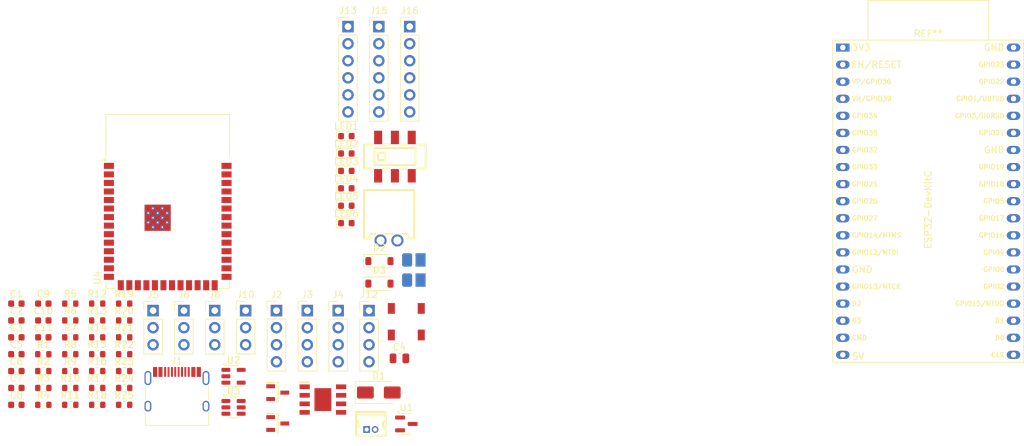
<source format=kicad_pcb>
(kicad_pcb (version 20241229) (generator "pcbnew") (generator_version "9.0")
  (layers (0 "F.Cu" signal) (2 "B.Cu" signal) (13 "F.Paste" user) (15 "B.Paste" user) (5 "F.SilkS" user "F.Silkscreen") (7 "B.SilkS" user "B.Silkscreen") (1 "F.Mask" user) (3 "B.Mask" user) (25 "Edge.Cuts" user))
  (net 0 "")
  (net 1 "GND")
  (net 2 "VBUS")
  (net 3 "+3V3")
  (net 4 "Net-(U2-BP)")
  (net 5 "+BATT")
  (net 6 "Net-(D2-A)")
  (net 7 "Net-(D3-A)")
  (net 8 "/EN")
  (net 9 "+5V")
  (net 11 "Net-(J1-CC2)")
  (net 12 "Net-(J1-CC1)")
  (net 13 "/D-")
  (net 15 "/D+")
  (net 16 "/SDA2")
  (net 17 "/SCL2")
  (net 18 "/IO17")
  (net 19 "/IO18")
  (net 20 "/SDA")
  (net 21 "/SCL")
  (net 22 "/ECHO")
  (net 23 "/SDA1")
  (net 24 "/SCL1")
  (net 25 "/IO1")
  (net 26 "/RX")
  (net 27 "/IO48")
  (net 28 "/TX")
  (net 29 "/MOSI")
  (net 30 "/BUZ1")
  (net 31 "/BUZ2")
  (net 32 "/CS")
  (net 33 "/CLK")
  (net 34 "/MISO")
  (net 35 "Net-(LED1-A)")
  (net 36 "Net-(LED2-A)")
  (net 37 "Net-(LED3-A)")
  (net 38 "Net-(LED4-A)")
  (net 39 "Net-(LED5-K)")
  (net 40 "Net-(LED6-K)")
  (net 41 "/LED_GREEN")
  (net 42 "/LED_RED")
  (net 43 "/LED_BLUE")
  (net 44 "Net-(IC1-PROG)")
  (net 45 "/MOT_1")
  (net 46 "Net-(IC1-~{CHRG})")
  (net 47 "Net-(IC1-~{STDBY})")
  (net 48 "/MOT_2")
  (net 49 "/ADC_BAT")
  (net 50 "/IO0")
  (net 51 "/LDO_H")
  (net 52 "LDO_EN")
  (net 53 "/TRIG")
  (net 54 "/SERVO1")
  (net 55 "/SOIL1")
  (net 56 "/IO12")
  (net 57 "/SERVO2")
  (net 58 "/SOIL2")
  (net 59 "/IO47")
  (net 60 "/IO21")
  (net 63 "/D_PROC-")
  (net 64 "/D_PROC+")
  (footprint "Connector_PinHeader_2.54mm:PinHeader_1x04_P2.54mm_Vertical" (layer "F.Cu") (at 140.9225 93.135)
    (property "Reference" "J4" (at 0 -2.38 0) (layer "F.SilkS"))
    (property "Value" "Conn_01x04")
    (pad "1" thru_hole rect (at 0 0) (size 1.7 1.7) (drill 1) (layers "*.Cu" "*.Mask") (net 24 "/SCL1"))
    (pad "2" thru_hole circle (at 0 2.54) (size 1.7 1.7) (drill 1) (layers "*.Cu" "*.Mask") (net 23 "/SDA1"))
    (pad "3" thru_hole circle (at 0 5.08) (size 1.7 1.7) (drill 1) (layers "*.Cu" "*.Mask") (net 3 "+3V3"))
    (pad "4" thru_hole circle (at 0 7.62) (size 1.7 1.7) (drill 1) (layers "*.Cu" "*.Mask") (net 1 "GND"))
  )
  (footprint "Connector_PinHeader_2.54mm:PinHeader_1x06_P2.54mm_Vertical" (layer "F.Cu") (at 142.3825 50.885)
    (property "Reference" "J13" (at 0 -2.38 0) (layer "F.SilkS"))
    (property "Value" "Conn_01x06")
    (pad "1" thru_hole rect (at 0 0) (size 1.7 1.7) (drill 1) (layers "*.Cu" "*.Mask") (net 2 "VBUS"))
    (pad "2" thru_hole circle (at 0 2.54) (size 1.7 1.7) (drill 1) (layers "*.Cu" "*.Mask") (net 1 "GND"))
    (pad "3" thru_hole circle (at 0 5.08) (size 1.7 1.7) (drill 1) (layers "*.Cu" "*.Mask") (net 3 "+3V3"))
    (pad "4" thru_hole circle (at 0 7.62) (size 1.7 1.7) (drill 1) (layers "*.Cu" "*.Mask") (net 56 "/IO12"))
    (pad "5" thru_hole circle (at 0 10.16) (size 1.7 1.7) (drill 1) (layers "*.Cu" "*.Mask") (net 20 "/SDA"))
    (pad "6" thru_hole circle (at 0 12.7) (size 1.7 1.7) (drill 1) (layers "*.Cu" "*.Mask") (net 21 "/SCL"))
  )
  (footprint "Connector_PinHeader_2.54mm:PinHeader_1x04_P2.54mm_Vertical" (layer "F.Cu") (at 145.5125 93.135)
    (property "Reference" "J12" (at 0 -2.38 0) (layer "F.SilkS"))
    (property "Value" "Conn_01x04")
    (pad "1" thru_hole rect (at 0 0) (size 1.7 1.7) (drill 1) (layers "*.Cu" "*.Mask") (net 18 "/IO17"))
    (pad "2" thru_hole circle (at 0 2.54) (size 1.7 1.7) (drill 1) (layers "*.Cu" "*.Mask") (net 19 "/IO18"))
    (pad "3" thru_hole circle (at 0 5.08) (size 1.7 1.7) (drill 1) (layers "*.Cu" "*.Mask") (net 60 "/IO21"))
    (pad "4" thru_hole circle (at 0 7.62) (size 1.7 1.7) (drill 1) (layers "*.Cu" "*.Mask") (net 59 "/IO47"))
  )
  (footprint "DroneV2:Tactile 3x4x2mm TS-A010" (layer "F.Cu") (at 151.0575 96.765)
    (property "Reference" "SW2" (hide yes))
    (property "Value" "Tactile Switch 3x4x2")
    (pad "1" smd rect (at -2.225 0) (size 1.05 1.6) (layers "F.Cu" "F.Mask" "F.Paste") (net 1 "GND"))
    (pad "2" smd rect (at 2.225 0) (size 1.05 1.6) (layers "F.Cu" "F.Mask" "F.Paste") (net 8 "/EN"))
  )
  (footprint "Resistor_SMD:R_0603_1608Metric" (layer "F.Cu") (at 109.0825 92.095)
    (property "Reference" "R19" (at 0 -1.43 0) (layer "F.SilkS"))
    (property "Value" "10k")
    (pad "1" smd roundrect (at -0.825 0) (size 0.8 0.95) (layers "F.Cu" "F.Mask" "F.Paste") (net 8 "/EN"))
    (pad "2" smd roundrect (at 0.825 0) (size 0.8 0.95) (layers "F.Cu" "F.Mask" "F.Paste") (net 3 "+3V3"))
  )
  (footprint "DroneV2:SOT95P237X112-3N" (layer "F.Cu") (at 131.9225 105.345)
    (property "Reference" "T1" (hide yes))
    (property "Value" "IRLML6344TRPBF" (hide yes))
    (pad "1" smd rect (at -1.050001 -0.95 90) (size 0.6 1.3) (layers "F.Cu" "F.Mask" "F.Paste") (net 45 "/MOT_1"))
    (pad "2" smd rect (at -1.050001 0.95 90) (size 0.6 1.3) (layers "F.Cu" "F.Mask" "F.Paste") (net 1 "GND"))
    (pad "3" smd rect (at 1.05 0 90) (size 0.6 1.3) (layers "F.Cu" "F.Mask" "F.Paste") (net 6 "Net-(D2-A)"))
  )
  (footprint "LED_SMD:LED_0603_1608Metric" (layer "F.Cu") (at 142.1325 67.175)
    (property "Reference" "LED1" (at 0 -1.43 0) (layer "F.SilkS"))
    (property "Value" "LED_Green")
    (pad "1" smd roundrect (at -0.7875 0) (size 0.875 0.95) (layers "F.Cu" "F.Mask" "F.Paste") (net 1 "GND"))
    (pad "2" smd roundrect (at 0.7875 0) (size 0.875 0.95) (layers "F.Cu" "F.Mask" "F.Paste") (net 35 "Net-(LED1-A)"))
  )
  (footprint "Capacitor_SMD:C_0603_1608Metric" (layer "F.Cu") (at 93.0425 104.645)
    (property "Reference" "C7" (at 0 -1.43 0) (layer "F.SilkS"))
    (property "Value" "10uF")
    (pad "1" smd roundrect (at -0.775 0) (size 0.9 0.95) (layers "F.Cu" "F.Mask" "F.Paste") (net 5 "+BATT"))
    (pad "2" smd roundrect (at 0.775 0) (size 0.9 0.95) (layers "F.Cu" "F.Mask" "F.Paste") (net 1 "GND"))
  )
  (footprint "Resistor_SMD:R_0603_1608Metric" (layer "F.Cu") (at 101.0625 107.155)
    (property "Reference" "R11" (at 0 -1.43 0) (layer "F.SilkS"))
    (property "Value" "1K")
    (pad "1" smd roundrect (at -0.825 0) (size 0.8 0.95) (layers "F.Cu" "F.Mask" "F.Paste") (net 40 "Net-(LED6-K)"))
    (pad "2" smd roundrect (at 0.825 0) (size 0.8 0.95) (layers "F.Cu" "F.Mask" "F.Paste") (net 47 "Net-(IC1-~{STDBY})"))
  )
  (footprint "Capacitor_SMD:C_0603_1608Metric" (layer "F.Cu") (at 93.0425 94.605)
    (property "Reference" "C2" (at 0 -1.43 0) (layer "F.SilkS"))
    (property "Value" "10uF")
    (pad "1" smd roundrect (at -0.775 0) (size 0.9 0.95) (layers "F.Cu" "F.Mask" "F.Paste") (net 2 "VBUS"))
    (pad "2" smd roundrect (at 0.775 0) (size 0.9 0.95) (layers "F.Cu" "F.Mask" "F.Paste") (net 1 "GND"))
  )
  (footprint "Capacitor_SMD:C_0603_1608Metric" (layer "F.Cu") (at 97.0525 92.095)
    (property "Reference" "C9" (at 0 -1.43 0) (layer "F.SilkS"))
    (property "Value" "10uF")
    (pad "1" smd roundrect (at -0.775 0) (size 0.9 0.95) (layers "F.Cu" "F.Mask" "F.Paste") (net 3 "+3V3"))
    (pad "2" smd roundrect (at 0.775 0) (size 0.9 0.95) (layers "F.Cu" "F.Mask" "F.Paste") (net 1 "GND"))
  )
  (footprint "PCM_Espressif:ESP32-DevKitC" (layer "F.Cu") (at 216 54)
    (property "Reference" "REF**" (at 12.7 -2.1 0) (layer "F.SilkS"))
    (property "Value" "ESP32-DevKitC" (at 12.7 24.13 90) (layer "F.SilkS"))
    (fp_text user "D3" (at 1.27 40.64 0) (layer "F.SilkS") (effects (font (size 0.7 0.7)) (justify left)))
    (fp_text user "3V3" (at 1.27 0 0) (layer "F.SilkS") (effects (justify left)))
    (fp_text user "GPIO23" (at 24.13 2.54 0) (layer "F.SilkS") (effects (font (size 0.7 0.7)) (justify right)))
    (fp_text user "GPIO4" (at 24.13 30.48 0) (layer "F.SilkS") (effects (font (size 0.7 0.7)) (justify right)))
    (fp_text user "GPIO18" (at 24.13 20.32 0) (layer "F.SilkS") (effects (font (size 0.7 0.7)) (justify right)))
    (fp_text user "GPIO25" (at 1.27 20.32 0) (layer "F.SilkS") (effects (font (size 0.7 0.7)) (justify left)))
    (fp_text user "GPIO17" (at 24.13 25.4 0) (layer "F.SilkS") (effects (font (size 0.7 0.7)) (justify right)))
    (fp_text user "GPIO19" (at 24.13 17.78 0) (layer "F.SilkS") (effects (font (size 0.7 0.7)) (justify right)))
    (fp_text user "VN/GPIO39" (at 1.27 7.62 0) (layer "F.SilkS") (effects (font (size 0.7 0.7)) (justify left)))
    (fp_text user "EN/RESET" (at 8.88632 2.53728 0) (layer "F.SilkS") (effects (justify right)))
    (fp_text user "GPIO0" (at 24.13 33.02 0) (layer "F.SilkS") (effects (font (size 0.7 0.7)) (justify right)))
    (fp_text user "CMD" (at 1.27 43.18 0) (layer "F.SilkS") (effects (font (size 0.7 0.7)) (justify left)))
    (fp_text user "GPIO5" (at 24.13 22.86 0) (layer "F.SilkS") (effects (font (size 0.7 0.7)) (justify right)))
    (fp_text user "GPIO26" (at 1.27 22.86 0) (layer "F.SilkS") (effects (font (size 0.7 0.7)) (justify left)))
    (fp_text user "GPIO1/U0TXD" (at 24.13 7.62 0) (layer "F.SilkS") (effects (font (size 0.7 0.7)) (justify right)))
    (fp_text user "GPIO21" (at 24.13 12.7 0) (layer "F.SilkS") (effects (font (size 0.7 0.7)) (justify right)))
    (fp_text user "D2" (at 1.27 38.1 0) (layer "F.SilkS") (effects (font (size 0.7 0.7)) (justify left)))
    (fp_text user "GPIO13/MTCK" (at 1.27 35.56 0) (layer "F.SilkS") (effects (font (size 0.7 0.7)) (justify left)))
    (fp_text user "GPIO33" (at 1.27 17.78 0) (layer "F.SilkS") (effects (font (size 0.7 0.7)) (justify left)))
    (fp_text user "GND" (at 24.13 0 0) (layer "F.SilkS") (effects (justify right)))
    (fp_text user "GPIO35" (at 1.27 12.7 0) (layer "F.SilkS") (effects (font (size 0.7 0.7)) (justify left)))
    (fp_text user "GPIO14/MTMS" (at 1.27 27.94 0) (layer "F.SilkS") (effects (font (size 0.7 0.7)) (justify left)))
    (fp_text user "CLK" (at 24.13 45.72 0) (layer "F.SilkS") (effects (font (size 0.7 0.7)) (justify right)))
    (fp_text user "GPIO32" (at 1.27 15.24 0) (layer "F.SilkS") (effects (font (size 0.7 0.7)) (justify left)))
    (fp_text user "GPIO3/U0RXD" (at 24.13 10.16 0) (layer "F.SilkS") (effects (font (size 0.7 0.7)) (justify right)))
    (fp_text user "GPIO16" (at 24.13 27.94 0) (layer "F.SilkS") (effects (font (size 0.7 0.7)) (justify right)))
    (fp_text user "GND" (at 1.27 33.02 0) (layer "F.SilkS") (effects (justify left)))
    (fp_text user "GPIO2" (at 24.13 35.56 0) (layer "F.SilkS") (effects (font (size 0.7 0.7)) (justify right)))
    (fp_text user "GPIO12/MTDI" (at 1.27 30.48 0) (layer "F.SilkS") (effects (font (size 0.7 0.7)) (justify left)))
    (fp_text user "GPIO34" (at 1.27 10.16 0) (layer "F.SilkS") (effects (font (size 0.7 0.7)) (justify left)))
    (fp_text user "D1" (at 24.13 40.64 0) (layer "F.SilkS") (effects (font (size 0.7 0.7)) (justify right)))
    (fp_text user "5V" (at 1.26632 45.97128 0) (layer "F.SilkS") (effects (justify left)))
    (fp_text user "GPIO22" (at 24.13 5.08 0) (layer "F.SilkS") (effects (font (size 0.7 0.7)) (justify right)))
    (fp_text user "GPIO27" (at 1.27 25.4 0) (layer "F.SilkS") (effects (font (size 0.7 0.7)) (justify left)))
    (fp_text user "D0" (at 24.13 43.18 0) (layer "F.SilkS") (effects (font (size 0.7 0.7)) (justify right)))
    (fp_text user "GPIO15/MTDO" (at 24.13 38.1 0) (layer "F.SilkS") (effects (font (size 0.7 0.7)) (justify right)))
    (fp_text user "GND" (at 24.13 15.24 0) (layer "F.SilkS") (effects (justify right)))
    (fp_text user "VP/GPIO36" (at 1.27 5.08 0) (layer "F.SilkS") (effects (font (size 0.7 0.7)) (justify left)))
    (pad "1" thru_hole rect (at 0 0 270) (size 1.2 2) (drill 0.8) (layers "*.Cu" "*.Mask"))
    (pad "2" thru_hole oval (at 0 2.54 270) (size 1.2 2) (drill 0.8) (layers "*.Cu" "*.Mask"))
    (pad "3" thru_hole oval (at 0 5.08 270) (size 1.2 2) (drill 0.8) (layers "*.Cu" "*.Mask"))
    (pad "4" thru_hole oval (at 0 7.62 270) (size 1.2 2) (drill 0.8) (layers "*.Cu" "*.Mask"))
    (pad "5" thru_hole oval (at 0 10.16 270) (size 1.2 2) (drill 0.8) (layers "*.Cu" "*.Mask"))
    (pad "6" thru_hole oval (at 0 12.7 270) (size 1.2 2) (drill 0.8) (layers "*.Cu" "*.Mask"))
    (pad "7" thru_hole oval (at 0 15.24 270) (size 1.2 2) (drill 0.8) (layers "*.Cu" "*.Mask"))
    (pad "8" thru_hole oval (at 0 17.78 270) (size 1.2 2) (drill 0.8) (layers "*.Cu" "*.Mask"))
    (pad "9" thru_hole oval (at 0 20.32 270) (size 1.2 2) (drill 0.8) (layers "*.Cu" "*.Mask"))
    (pad "10" thru_hole oval (at 0 22.86 270) (size 1.2 2) (drill 0.8) (layers "*.Cu" "*.Mask"))
    (pad "11" thru_hole oval (at 0 25.4 270) (size 1.2 2) (drill 0.8) (layers "*.Cu" "*.Mask"))
    (pad "12" thru_hole oval (at 0 27.94 270) (size 1.2 2) (drill 0.8) (layers "*.Cu" "*.Mask"))
    (pad "13" thru_hole oval (at 0 30.48 270) (size 1.2 2) (drill 0.8) (layers "*.Cu" "*.Mask"))
    (pad "14" thru_hole oval (at 0 33.02 270) (size 1.2 2) (drill 0.8) (layers "*.Cu" "*.Mask"))
    (pad "15" thru_hole oval (at 0 35.56 270) (size 1.2 2) (drill 0.8) (layers "*.Cu" "*.Mask"))
    (pad "16" thru_hole oval (at 0 38.1 270) (size 1.2 2) (drill 0.8) (layers "*.Cu" "*.Mask"))
    (pad "17" thru_hole oval (at 0 40.64 270) (size 1.2 2) (drill 0.8) (layers "*.Cu" "*.Mask"))
    (pad "18" thru_hole oval (at 0 43.18 270) (size 1.2 2) (drill 0.8) (layers "*.Cu" "*.Mask"))
    (pad "19" thru_hole oval (at 0 45.72 270) (size 1.2 2) (drill 0.8) (layers "*.Cu" "*.Mask"))
    (pad "20" thru_hole oval (at 25.39632 45.71728 270) (size 1.2 2) (drill 0.8) (layers "*.Cu" "*.Mask"))
    (pad "21" thru_hole oval (at 25.39632 43.17728 270) (size 1.2 2) (drill 0.8) (layers "*.Cu" "*.Mask"))
    (pad "22" thru_hole oval (at 25.4 40.64 270) (size 1.2 2) (drill 0.8) (layers "*.Cu" "*.Mask"))
    (pad "23" thru_hole oval (at 25.4 38.1 270) (size 1.2 2) (drill 0.8) (layers "*.Cu" "*.Mask"))
    (pad "24" thru_hole oval (at 25.4 35.56 270) (size 1.2 2) (drill 0.8) (layers "*.Cu" "*.Mask"))
    (pad "25" thru_hole oval (at 25.4 33.02 270) (size 1.2 2) (drill 0.8) (layers "*.Cu" "*.Mask"))
    (pad "26" thru_hole oval (at 25.4 30.48 270) (size 1.2 2) (drill 0.8) (layers "*.Cu" "*.Mask"))
    (pad "27" thru_hole oval (at 25.4 27.94 270) (size 1.2 2) (drill 0.8) (layers "*.Cu" "*.Mask"))
    (pad "28" thru_hole oval (at 25.4 25.4 270) (size 1.2 2) (drill 0.8) (layers "*.Cu" "*.Mask"))
    (pad "29" thru_hole oval (at 25.4 22.86 270) (size 1.2 2) (drill 0.8) (layers "*.Cu" "*.Mask"))
    (pad "30" thru_hole oval (at 25.4 20.32 270) (size 1.2 2) (drill 0.8) (layers "*.Cu" "*.Mask"))
    (pad "31" thru_hole oval (at 25.4 17.78 270) (size 1.2 2) (drill 0.8) (layers "*.Cu" "*.Mask"))
    (pad "32" thru_hole oval (at 25.4 15.24 270) (size 1.2 2) (drill 0.8) (layers "*.Cu" "*.Mask"))
    (pad "33" thru_hole oval (at 25.4 12.7 270) (size 1.2 2) (drill 0.8) (layers "*.Cu" "*.Mask"))
    (pad "34" thru_hole oval (at 25.4 10.16 270) (size 1.2 2) (drill 0.8) (layers "*.Cu" "*.Mask"))
    (pad "35" thru_hole oval (at 25.4 7.62 270) (size 1.2 2) (drill 0.8) (layers "*.Cu" "*.Mask"))
    (pad "36" thru_hole oval (at 25.4 5.08 270) (size 1.2 2) (drill 0.8) (layers "*.Cu" "*.Mask"))
    (pad "37" thru_hole oval (at 25.4 2.54 270) (size 1.2 2) (drill 0.8) (layers "*.Cu" "*.Mask"))
    (pad "38" thru_hole oval (at 25.4 0 270) (size 1.2 2) (drill 0.8) (layers "*.Cu" "*.Mask"))
  )
  (footprint "Resistor_SMD:R_0603_1608Metric" (layer "F.Cu") (at 97.0525 107.155)
    (property "Reference" "R4" (at 0 -1.43 0) (layer "F.SilkS"))
    (property "Value" "5.1K")
    (pad "1" smd roundrect (at -0.825 0) (size 0.8 0.95) (layers "F.Cu" "F.Mask" "F.Paste") (net 11 "Net-(J1-CC2)"))
    (pad "2" smd roundrect (at 0.825 0) (size 0.8 0.95) (layers "F.Cu" "F.Mask" "F.Paste") (net 1 "GND"))
  )
  (footprint "Connector_PinHeader_2.54mm:PinHeader_1x03_P2.54mm_Vertical" (layer "F.Cu") (at 117.9725 93.135)
    (property "Reference" "J6" (at 0 -2.38 0) (layer "F.SilkS"))
    (property "Value" "Conn_01x03")
    (pad "1" thru_hole rect (at 0 0) (size 1.7 1.7) (drill 1) (layers "*.Cu" "*.Mask") (net 55 "/SOIL1"))
    (pad "2" thru_hole circle (at 0 2.54) (size 1.7 1.7) (drill 1) (layers "*.Cu" "*.Mask") (net 3 "+3V3"))
    (pad "3" thru_hole circle (at 0 5.08) (size 1.7 1.7) (drill 1) (layers "*.Cu" "*.Mask") (net 1 "GND"))
  )
  (footprint "LED_SMD:LED_0603_1608Metric" (layer "F.Cu") (at 142.1325 72.355)
    (property "Reference" "LED3" (at 0 -1.43 0) (layer "F.SilkS"))
    (property "Value" "LED_Blue")
    (pad "1" smd roundrect (at -0.7875 0) (size 0.875 0.95) (layers "F.Cu" "F.Mask" "F.Paste") (net 1 "GND"))
    (pad "2" smd roundrect (at 0.7875 0) (size 0.875 0.95) (layers "F.Cu" "F.Mask" "F.Paste") (net 37 "Net-(LED3-A)"))
  )
  (footprint "LED_SMD:LED_0603_1608Metric" (layer "F.Cu") (at 142.1325 69.765)
    (property "Reference" "LED2" (at 0 -1.43 0) (layer "F.SilkS"))
    (property "Value" "LED_Red")
    (pad "1" smd roundrect (at -0.7875 0) (size 0.875 0.95) (layers "F.Cu" "F.Mask" "F.Paste") (net 1 "GND"))
    (pad "2" smd roundrect (at 0.7875 0) (size 0.875 0.95) (layers "F.Cu" "F.Mask" "F.Paste") (net 36 "Net-(LED2-A)"))
  )
  (footprint "Resistor_SMD:R_0603_1608Metric" (layer "F.Cu") (at 105.0725 107.155)
    (property "Reference" "R18" (at 0 -1.43 0) (layer "F.SilkS"))
    (property "Value" "10k")
    (pad "1" smd roundrect (at -0.825 0) (size 0.8 0.95) (layers "F.Cu" "F.Mask" "F.Paste") (net 21 "/SCL"))
    (pad "2" smd roundrect (at 0.825 0) (size 0.8 0.95) (layers "F.Cu" "F.Mask" "F.Paste") (net 3 "+3V3"))
  )
  (footprint "DroneV2:CONN-TH_1.25T-2A_1.25T-2A" (layer "F.Cu") (at 145.7854 110.827)
    (property "Reference" "J14" (hide yes))
    (property "Value" "Conn_01x02" (hide yes))
    (pad "1" thru_hole rect (at -0.6251 0) (size 1 1) (drill 0.6) (layers "*.Cu" "*.Mask") (net 31 "/BUZ2"))
    (pad "2" thru_hole oval (at 0.6251 0) (size 1 1) (drill 0.6) (layers "*.Cu" "*.Mask") (net 30 "/BUZ1"))
  )
  (footprint "Resistor_SMD:R_0603_1608Metric" (layer "F.Cu") (at 105.0725 97.115)
    (property "Reference" "R14" (at 0 -1.43 0) (layer "F.SilkS"))
    (property "Value" "100K")
    (pad "1" smd roundrect (at -0.825 0) (size 0.8 0.95) (layers "F.Cu" "F.Mask" "F.Paste") (net 49 "/ADC_BAT"))
    (pad "2" smd roundrect (at 0.825 0) (size 0.8 0.95) (layers "F.Cu" "F.Mask" "F.Paste") (net 1 "GND"))
  )
  (footprint "LED_SMD:LED_0603_1608Metric" (layer "F.Cu") (at 142.1325 74.945)
    (property "Reference" "LED4" (at 0 -1.43 0) (layer "F.SilkS"))
    (property "Value" "LED_Red")
    (pad "1" smd roundrect (at -0.7875 0) (size 0.875 0.95) (layers "F.Cu" "F.Mask" "F.Paste") (net 1 "GND"))
    (pad "2" smd roundrect (at 0.7875 0) (size 0.875 0.95) (layers "F.Cu" "F.Mask" "F.Paste") (net 38 "Net-(LED4-A)"))
  )
  (footprint "Capacitor_SMD:C_0603_1608Metric" (layer "F.Cu") (at 93.0425 99.625)
    (property "Reference" "C5" (at 0 -1.43 0) (layer "F.SilkS"))
    (property "Value" "10uF")
    (pad "1" smd roundrect (at -0.775 0) (size 0.9 0.95) (layers "F.Cu" "F.Mask" "F.Paste") (net 3 "+3V3"))
    (pad "2" smd roundrect (at 0.775 0) (size 0.9 0.95) (layers "F.Cu" "F.Mask" "F.Paste") (net 1 "GND"))
  )
  (footprint "Diode_SMD:D_SOD-123" (layer "F.Cu") (at 147.0575 89.125)
    (property "Reference" "D3" (at 0 -2 0) (layer "F.SilkS"))
    (property "Value" "1N4148W")
    (pad "1" smd roundrect (at -1.65 0) (size 0.9 1.2) (layers "F.Cu" "F.Mask" "F.Paste") (net 5 "+BATT"))
    (pad "2" smd roundrect (at 1.65 0) (size 0.9 1.2) (layers "F.Cu" "F.Mask" "F.Paste") (net 7 "Net-(D3-A)"))
  )
  (footprint "DroneV2:SW-SMD_MST22D18G2" (layer "F.Cu") (at 149.3645 70.23)
    (property "Reference" "SW3" (hide yes))
    (property "Value" "MST22D18G2_125" (hide yes))
    (pad "1" smd rect (at -2.4999 -2.85 180) (size 1.1999 2) (layers "F.Cu" "F.Mask" "F.Paste") (net 1 "GND"))
    (pad "2" smd rect (at 0 -2.85 180) (size 1.1999 2) (layers "F.Cu" "F.Mask" "F.Paste") (net 52 "LDO_EN"))
    (pad "3" smd rect (at 2.4999 -2.85 180) (size 1.1999 2) (layers "F.Cu" "F.Mask" "F.Paste") (net 51 "/LDO_H"))
    (pad "4" smd rect (at -2.4999 2.85 180) (size 1.1999 2) (layers "F.Cu" "F.Mask" "F.Paste") (net 1 "GND"))
    (pad "5" smd rect (at 0 2.8498 180) (size 1.1999 2) (layers "F.Cu" "F.Mask" "F.Paste"))
    (pad "6" smd rect (at 2.4999 2.85 180) (size 1.1999 2) (layers "F.Cu" "F.Mask" "F.Paste"))
  )
  (footprint "Package_TO_SOT_SMD:SOT-23" (layer "F.Cu") (at 151.0625 110)
    (property "Reference" "U1" (at 0 -2.4 0) (layer "F.SilkS"))
    (property "Value" "AO3401A")
    (pad "1" smd roundrect (at -0.9375 -0.95) (size 1.475 0.6) (layers "F.Cu" "F.Mask" "F.Paste") (net 9 "+5V"))
    (pad "2" smd roundrect (at -0.9375 0.95) (size 1.475 0.6) (layers "F.Cu" "F.Mask" "F.Paste") (net 2 "VBUS"))
    (pad "3" smd roundrect (at 0.9375 0) (size 1.475 0.6) (layers "F.Cu" "F.Mask" "F.Paste") (net 5 "+BATT"))
  )
  (footprint "Resistor_SMD:R_0603_1608Metric" (layer "F.Cu") (at 109.0825 107.155)
    (property "Reference" "R25" (at 0 -1.43 0) (layer "F.SilkS"))
    (property "Value" "10k")
    (pad "1" smd roundrect (at -0.825 0) (size 0.8 0.95) (layers "F.Cu" "F.Mask" "F.Paste") (net 1 "GND"))
    (pad "2" smd roundrect (at 0.825 0) (size 0.8 0.95) (layers "F.Cu" "F.Mask" "F.Paste") (net 28 "/TX"))
  )
  (footprint "Resistor_SMD:R_0603_1608Metric" (layer "F.Cu") (at 105.0725 104.645)
    (property "Reference" "R17" (at 0 -1.43 0) (layer "F.SilkS"))
    (property "Value" "10k")
    (pad "1" smd roundrect (at -0.825 0) (size 0.8 0.95) (layers "F.Cu" "F.Mask" "F.Paste") (net 20 "/SDA"))
    (pad "2" smd roundrect (at 0.825 0) (size 0.8 0.95) (layers "F.Cu" "F.Mask" "F.Paste") (net 3 "+3V3"))
  )
  (footprint "Resistor_SMD:R_0603_1608Metric" (layer "F.Cu") (at 97.0525 102.135)
    (property "Reference" "R2" (at 0 -1.43 0) (layer "F.SilkS"))
    (property "Value" "1K")
    (pad "1" smd roundrect (at -0.825 0) (size 0.8 0.95) (layers "F.Cu" "F.Mask" "F.Paste") (net 36 "Net-(LED2-A)"))
    (pad "2" smd roundrect (at 0.825 0) (size 0.8 0.95) (layers "F.Cu" "F.Mask" "F.Paste") (net 42 "/LED_RED"))
  )
  (footprint "Capacitor_SMD:C_0603_1608Metric" (layer "F.Cu") (at 97.0525 97.115)
    (property "Reference" "C11" (at 0 -1.43 0) (layer "F.SilkS"))
    (property "Value" "100nF")
    (pad "1" smd roundrect (at -0.775 0) (size 0.9 0.95) (layers "F.Cu" "F.Mask" "F.Paste") (net 8 "/EN"))
    (pad "2" smd roundrect (at 0.775 0) (size 0.9 0.95) (layers "F.Cu" "F.Mask" "F.Paste") (net 1 "GND"))
  )
  (footprint "DroneV2:CONN-TH_2P-P2.50_XH-2AW" (layer "F.Cu") (at 148.4793 82.7032)
    (property "Reference" "J9" (hide yes))
    (property "Value" "JST XH 2P 2.50mm SMD Hoz" (hide yes))
    (pad "1" thru_hole oval (at 1.251001 0) (size 1.8 1.8) (drill 1.1988) (layers "*.Cu" "*.Mask") (net 5 "+BATT"))
    (pad "2" thru_hole oval (at -1.251001 0) (size 1.8 1.8) (drill 1.1988) (layers "*.Cu" "*.Mask") (net 1 "GND"))
  )
  (footprint "Resistor_SMD:R_0603_1608Metric" (layer "F.Cu") (at 109.0825 94.605)
    (property "Reference" "R20" (at 0 -1.43 0) (layer "F.SilkS"))
    (property "Value" "10k")
    (pad "1" smd roundrect (at -0.825 0) (size 0.8 0.95) (layers "F.Cu" "F.Mask" "F.Paste") (net 50 "/IO0"))
    (pad "2" smd roundrect (at 0.825 0) (size 0.8 0.95) (layers "F.Cu" "F.Mask" "F.Paste") (net 3 "+3V3"))
  )
  (footprint "Resistor_SMD:R_0603_1608Metric" (layer "F.Cu") (at 101.0625 99.625)
    (property "Reference" "R8" (at 0 -1.43 0) (layer "F.SilkS"))
    (property "Value" "1.2K")
    (pad "1" smd roundrect (at -0.825 0) (size 0.8 0.95) (layers "F.Cu" "F.Mask" "F.Paste") (net 44 "Net-(IC1-PROG)"))
    (pad "2" smd roundrect (at 0.825 0) (size 0.8 0.95) (layers "F.Cu" "F.Mask" "F.Paste") (net 1 "GND"))
  )
  (footprint "Resistor_SMD:R_0603_1608Metric" (layer "F.Cu") (at 101.0625 102.135)
    (property "Reference" "R9" (at 0 -1.43 0) (layer "F.SilkS"))
    (property "Value" "10k")
    (pad "1" smd roundrect (at -0.825 0) (size 0.8 0.95) (layers "F.Cu" "F.Mask" "F.Paste") (net 1 "GND"))
    (pad "2" smd roundrect (at 0.825 0) (size 0.8 0.95) (layers "F.Cu" "F.Mask" "F.Paste") (net 45 "/MOT_1"))
  )
  (footprint "Diode_SMD:D_SOD-123" (layer "F.Cu") (at 147.0575 85.775)
    (property "Reference" "D2" (at 0 -2 0) (layer "F.SilkS"))
    (property "Value" "1N4148W")
    (pad "1" smd roundrect (at -1.65 0) (size 0.9 1.2) (layers "F.Cu" "F.Mask" "F.Paste") (net 5 "+BATT"))
    (pad "2" smd roundrect (at 1.65 0) (size 0.9 1.2) (layers "F.Cu" "F.Mask" "F.Paste") (net 6 "Net-(D2-A)"))
  )
  (footprint "Resistor_SMD:R_0603_1608Metric" (layer "F.Cu") (at 97.0525 99.625)
    (property "Reference" "R1" (at 0 -1.43 0) (layer "F.SilkS"))
    (property "Value" "1K")
    (pad "1" smd roundrect (at -0.825 0) (size 0.8 0.95) (layers "F.Cu" "F.Mask" "F.Paste") (net 35 "Net-(LED1-A)"))
    (pad "2" smd roundrect (at 0.825 0) (size 0.8 0.95) (layers "F.Cu" "F.Mask" "F.Paste") (net 41 "/LED_GREEN"))
  )
  (footprint "Connector_PinHeader_2.54mm:PinHeader_1x04_P2.54mm_Vertical" (layer "F.Cu") (at 136.3325 93.135)
    (property "Reference" "J3" (at 0 -2.38 0) (layer "F.SilkS"))
    (property "Value" "Conn_01x04")
    (pad "1" thru_hole rect (at 0 0) (size 1.7 1.7) (drill 1) (layers "*.Cu" "*.Mask") (net 3 "+3V3"))
    (pad "2" thru_hole circle (at 0 2.54) (size 1.7 1.7) (drill 1) (layers "*.Cu" "*.Mask") (net 53 "/TRIG"))
    (pad "3" thru_hole circle (at 0 5.08) (size 1.7 1.7) (drill 1) (layers "*.Cu" "*.Mask") (net 22 "/ECHO"))
    (pad "4" thru_hole circle (at 0 7.62) (size 1.7 1.7) (drill 1) (layers "*.Cu" "*.Mask") (net 1 "GND"))
  )
  (footprint "RF_Module:ESP32-S3-WROOM-1" (layer "F.Cu") (at 115.5625 76.865)
    (property "Reference" "U4" (at -10.5 11.4 90) (layer "F.SilkS"))
    (property "Value" "ESP32-S3-WROOM-1")
    (pad "1" smd rect (at -8.75 -5.26) (size 1.5 0.9) (layers "F.Cu" "F.Mask" "F.Paste") (net 1 "GND"))
    (pad "2" smd rect (at -8.75 -3.99) (size 1.5 0.9) (layers "F.Cu" "F.Mask" "F.Paste") (net 3 "+3V3"))
    (pad "3" smd rect (at -8.75 -2.72) (size 1.5 0.9) (layers "F.Cu" "F.Mask" "F.Paste") (net 8 "/EN"))
    (pad "4" smd rect (at -8.75 -1.45) (size 1.5 0.9) (layers "F.Cu" "F.Mask" "F.Paste") (net 57 "/SERVO2"))
    (pad "5" smd rect (at -8.75 -0.18) (size 1.5 0.9) (layers "F.Cu" "F.Mask" "F.Paste") (net 45 "/MOT_1"))
    (pad "6" smd rect (at -8.75 1.09) (size 1.5 0.9) (layers "F.Cu" "F.Mask" "F.Paste") (net 48 "/MOT_2"))
    (pad "7" smd rect (at -8.75 2.36) (size 1.5 0.9) (layers "F.Cu" "F.Mask" "F.Paste") (net 43 "/LED_BLUE"))
    (pad "8" smd rect (at -8.75 3.63) (size 1.5 0.9) (layers "F.Cu" "F.Mask" "F.Paste") (net 16 "/SDA2"))
    (pad "9" smd rect (at -8.75 4.9) (size 1.5 0.9) (layers "F.Cu" "F.Mask" "F.Paste") (net 17 "/SCL2"))
    (pad "10" smd rect (at -8.75 6.17) (size 1.5 0.9) (layers "F.Cu" "F.Mask" "F.Paste") (net 18 "/IO17"))
    (pad "11" smd rect (at -8.75 7.44) (size 1.5 0.9) (layers "F.Cu" "F.Mask" "F.Paste") (net 19 "/IO18"))
    (pad "12" smd rect (at -8.75 8.71) (size 1.5 0.9) (layers "F.Cu" "F.Mask" "F.Paste") (net 42 "/LED_RED"))
    (pad "13" smd rect (at -8.75 9.98) (size 1.5 0.9) (layers "F.Cu" "F.Mask" "F.Paste") (net 63 "/D_PROC-"))
    (pad "14" smd rect (at -8.75 11.25 180) (size 1.5 0.9) (layers "F.Cu" "F.Mask" "F.Paste") (net 64 "/D_PROC+"))
    (pad "15" smd rect (at -6.985 12.5 270) (size 1.5 0.9) (layers "F.Cu" "F.Mask" "F.Paste") (net 54 "/SERVO1"))
    (pad "16" smd rect (at -5.715 12.5 270) (size 1.5 0.9) (layers "F.Cu" "F.Mask" "F.Paste") (net 58 "/SOIL2"))
    (pad "17" smd rect (at -4.445 12.5 270) (size 1.5 0.9) (layers "F.Cu" "F.Mask" "F.Paste") (net 41 "/LED_GREEN"))
    (pad "18" smd rect (at -3.175 12.5 270) (size 1.5 0.9) (layers "F.Cu" "F.Mask" "F.Paste") (net 21 "/SCL"))
    (pad "19" smd rect (at -1.905 12.5 270) (size 1.5 0.9) (layers "F.Cu" "F.Mask" "F.Paste") (net 20 "/SDA"))
    (pad "20" smd rect (at -0.635 12.5 270) (size 1.5 0.9) (layers "F.Cu" "F.Mask" "F.Paste") (net 56 "/IO12"))
    (pad "21" smd rect (at 0.635 12.5 270) (size 1.5 0.9) (layers "F.Cu" "F.Mask" "F.Paste") (net 53 "/TRIG"))
    (pad "22" smd rect (at 1.905 12.5 270) (size 1.5 0.9) (layers "F.Cu" "F.Mask" "F.Paste") (net 22 "/ECHO"))
    (pad "23" smd rect (at 3.175 12.5 270) (size 1.5 0.9) (layers "F.Cu" "F.Mask" "F.Paste") (net 60 "/IO21"))
    (pad "24" smd rect (at 4.445 12.5 270) (size 1.5 0.9) (layers "F.Cu" "F.Mask" "F.Paste") (net 59 "/IO47"))
    (pad "25" smd rect (at 5.715 12.5 270) (size 1.5 0.9) (layers "F.Cu" "F.Mask" "F.Paste") (net 27 "/IO48"))
    (pad "26" smd rect (at 6.985 12.5 270) (size 1.5 0.9) (layers "F.Cu" "F.Mask" "F.Paste") (net 55 "/SOIL1"))
    (pad "27" smd rect (at 8.75 11.25) (size 1.5 0.9) (layers "F.Cu" "F.Mask" "F.Paste") (net 50 "/IO0"))
    (pad "28" smd rect (at 8.75 9.98) (size 1.5 0.9) (layers "F.Cu" "F.Mask" "F.Paste") (net 29 "/MOSI"))
    (pad "29" smd rect (at 8.75 8.71) (size 1.5 0.9) (layers "F.Cu" "F.Mask" "F.Paste") (net 33 "/CLK"))
    (pad "30" smd rect (at 8.75 7.44) (size 1.5 0.9) (layers "F.Cu" "F.Mask" "F.Paste") (net 34 "/MISO"))
    (pad "31" smd rect (at 8.75 6.17) (size 1.5 0.9) (layers "F.Cu" "F.Mask" "F.Paste") (net 30 "/BUZ1"))
    (pad "32" smd rect (at 8.75 4.9) (size 1.5 0.9) (layers "F.Cu" "F.Mask" "F.Paste") (net 31 "/BUZ2"))
    (pad "33" smd rect (at 8.75 3.63) (size 1.5 0.9) (layers "F.Cu" "F.Mask" "F.Paste") (net 23 "/SDA1"))
    (pad "34" smd rect (at 8.75 2.36) (size 1.5 0.9) (layers "F.Cu" "F.Mask" "F.Paste") (net 24 "/SCL1"))
    (pad "35" smd rect (at 8.75 1.09) (size 1.5 0.9) (layers "F.Cu" "F.Mask" "F.Paste") (net 32 "/CS"))
    (pad "36" smd rect (at 8.75 -0.18) (size 1.5 0.9) (layers "F.Cu" "F.Mask" "F.Paste") (net 26 "/RX"))
    (pad "37" smd rect (at 8.75 -1.45) (size 1.5 0.9) (layers "F.Cu" "F.Mask" "F.Paste") (net 28 "/TX"))
    (pad "38" smd rect (at 8.75 -2.72) (size 1.5 0.9) (layers "F.Cu" "F.Mask" "F.Paste") (net 49 "/ADC_BAT"))
    (pad "39" smd rect (at 8.75 -3.99) (size 1.5 0.9) (layers "F.Cu" "F.Mask" "F.Paste") (net 25 "/IO1"))
    (pad "40" smd rect (at 8.75 -5.26) (size 1.5 0.9) (layers "F.Cu" "F.Mask" "F.Paste") (net 1 "GND"))
    (pad "41" thru_hole circle (at -2.9 1.76 90) (size 0.6 0.6) (drill 0.2) (property pad_prop_heatsink) (layers "*.Cu" "F.Mask") (net 1 "GND"))
    (pad "41" thru_hole circle (at -2.9 3.16) (size 0.6 0.6) (drill 0.2) (property pad_prop_heatsink) (layers "*.Cu" "F.Mask") (net 1 "GND"))
    (pad "41" thru_hole circle (at -2.2 1.06) (size 0.6 0.6) (drill 0.2) (property pad_prop_heatsink) (layers "*.Cu" "F.Mask") (net 1 "GND"))
    (pad "41" thru_hole circle (at -2.2 2.46) (size 0.6 0.6) (drill 0.2) (property pad_prop_heatsink) (layers "*.Cu" "F.Mask") (net 1 "GND"))
    (pad "41" thru_hole circle (at -2.2 3.86) (size 0.6 0.6) (drill 0.2) (property pad_prop_heatsink) (layers "*.Cu" "F.Mask") (net 1 "GND"))
    (pad "41" thru_hole circle (at -1.5 1.76) (size 0.6 0.6) (drill 0.2) (property pad_prop_heatsink) (layers "*.Cu" "F.Mask") (net 1 "GND"))
    (pad "41" smd rect (at -1.5 2.46 270) (size 3.9 3.9) (property pad_prop_heatsink) (layers "F.Cu" "F.Mask") (net 1 "GND"))
    (pad "41" thru_hole circle (at -1.5 3.16) (size 0.6 0.6) (drill 0.2) (property pad_prop_heatsink) (layers "*.Cu" "F.Mask") (net 1 "GND"))
    (pad "41" thru_hole circle (at -0.8 1.06) (size 0.6 0.6) (drill 0.2) (property pad_prop_heatsink) (layers "*.Cu" "F.Mask") (net 1 "GND"))
    (pad "41" thru_hole circle (at -0.8 2.46) (size 0.6 0.6) (drill 0.2) (property pad_prop_heatsink) (layers "*.Cu" "F.Mask") (net 1 "GND"))
    (pad "41" thru_hole circle (at -0.8 3.86) (size 0.6 0.6) (drill 0.2) (property pad_prop_heatsink) (layers "*.Cu" "F.Mask") (net 1 "GND"))
    (pad "41" thru_hole circle (at -0.1 1.76) (size 0.6 0.6) (drill 0.2) (property pad_prop_heatsink) (layers "*.Cu" "F.Mask") (net 1 "GND"))
    (pad "41" thru_hole circle (at -0.1 3.16) (size 0.6 0.6) (drill 0.2) (property pad_prop_heatsink) (layers "*.Cu" "F.Mask") (net 1 "GND"))
  )
  (footprint "Connector_PinHeader_2.54mm:PinHeader_1x03_P2.54mm_Vertical" (layer "F.Cu") (at 113.3825 93.135)
    (property "Reference" "J5" (at 0 -2.38 0) (layer "F.SilkS"))
    (property "Value" "Conn_01x03")
    (pad "1" thru_hole rect (at 0 0) (size 1.7 1.7) (drill 1) (layers "*.Cu" "*.Mask") (net 54 "/SERVO1"))
    (pad "2" thru_hole circle (at 0 2.54) (size 1.7 1.7) (drill 1) (layers "*.Cu" "*.Mask") (net 5 "+BATT"))
    (pad "3" thru_hole circle (at 0 5.08) (size 1.7 1.7) (drill 1) (layers "*.Cu" "*.Mask") (net 1 "GND"))
  )
  (footprint "Resistor_SMD:R_0603_1608Metric" (layer "F.Cu") (at 105.0725 92.095)
    (property "Reference" "R12" (at 0 -1.43 0) (layer "F.SilkS"))
    (property "Value" "10k")
    (pad "1" smd roundrect (at -0.825 0) (size 0.8 0.95) (layers "F.Cu" "F.Mask" "F.Paste") (net 1 "GND"))
    (pad "2" smd roundrect (at 0.825 0) (size 0.8 0.95) (layers "F.Cu" "F.Mask" "F.Paste") (net 48 "/MOT_2"))
  )
  (footprint "DroneV2:JST_PH_B2B-PH-K_1x02_P2.00mm_Vertical" (layer "F.Cu") (at 151.1775 85.6)
    (property "Reference" "J7" (hide yes))
    (property "Value" "Conn_01x02_Female")
    (pad "1" smd roundrect (at 0 0) (size 1.5 2) (layers "B.Cu" "B.Mask" "B.Paste") (roundrect_rratio 0.208333) (net 5 "+BATT"))
    (pad "2" smd rect (at 2.000001 0) (size 1.5 2) (layers "B.Cu" "B.Mask" "B.Paste") (net 6 "Net-(D2-A)"))
  )
  (footprint "DroneV2:Tactile 3x4x2mm TS-A010" (layer "F.Cu") (at 151.0575 92.815)
    (property "Reference" "SW1" (hide yes))
    (property "Value" "Tactile Switch 3x4x2")
    (pad "1" smd rect (at -2.225 0) (size 1.05 1.6) (layers "F.Cu" "F.Mask" "F.Paste") (net 1 "GND"))
    (pad "2" smd rect (at 2.225 0) (size 1.05 1.6) (layers "F.Cu" "F.Mask" "F.Paste") (net 50 "/IO0"))
  )
  (footprint "Capacitor_SMD:C_0603_1608Metric" (layer "F.Cu") (at 93.0425 97.115)
    (property "Reference" "C3" (at 0 -1.43 0) (layer "F.SilkS"))
    (property "Value" "470pF")
    (pad "1" smd roundrect (at -0.775 0) (size 0.9 0.95) (layers "F.Cu" "F.Mask" "F.Paste") (net 4 "Net-(U2-BP)"))
    (pad "2" smd roundrect (at 0.775 0) (size 0.9 0.95) (layers "F.Cu" "F.Mask" "F.Paste") (net 1 "GND"))
  )
  (footprint "Resistor_SMD:R_0603_1608Metric" (layer "F.Cu") (at 109.0825 102.135)
    (property "Reference" "R23" (at 0 -1.43 0) (layer "F.SilkS"))
    (property "Value" "10k")
    (pad "1" smd roundrect (at -0.825 0) (size 0.8 0.95) (layers "F.Cu" "F.Mask" "F.Paste") (net 24 "/SCL1"))
    (pad "2" smd roundrect (at 0.825 0) (size 0.8 0.95) (layers "F.Cu" "F.Mask" "F.Paste") (net 3 "+3V3"))
  )
  (footprint "Resistor_SMD:R_0603_1608Metric" (layer "F.Cu") (at 101.0625 97.115)
    (property "Reference" "R7" (at 0 -1.43 0) (layer "F.SilkS"))
    (property "Value" "470R")
    (pad "1" smd roundrect (at -0.825 0) (size 0.8 0.95) (layers "F.Cu" "F.Mask" "F.Paste") (net 38 "Net-(LED4-A)"))
    (pad "2" smd roundrect (at 0.825 0) (size 0.8 0.95) (layers "F.Cu" "F.Mask" "F.Paste") (net 3 "+3V3"))
  )
  (footprint "Package_TO_SOT_SMD:SOT-23-6" (layer "F.Cu") (at 125.3525 107.535)
    (property "Reference" "U3" (at 0 -2.4 0) (layer "F.SilkS"))
    (property "Value" "USBLC6-2SC6")
    (pad "1" smd roundrect (at -1.1375 -0.95) (size 1.325 0.6) (layers "F.Cu" "F.Mask" "F.Paste") (net 15 "/D+"))
    (pad "2" smd roundrect (at -1.1375 0) (size 1.325 0.6) (layers "F.Cu" "F.Mask" "F.Paste") (net 1 "GND"))
    (pad "3" smd roundrect (at -1.1375 0.95) (size 1.325 0.6) (layers "F.Cu" "F.Mask" "F.Paste") (net 13 "/D-"))
    (pad "4" smd roundrect (at 1.1375 0.95) (size 1.325 0.6) (layers "F.Cu" "F.Mask" "F.Paste") (net 63 "/D_PROC-"))
    (pad "5" smd roundrect (at 1.1375 0) (size 1.325 0.6) (layers "F.Cu" "F.Mask" "F.Paste") (net 2 "VBUS"))
    (pad "6" smd roundrect (at 1.1375 -0.95) (size 1.325 0.6) (layers "F.Cu" "F.Mask" "F.Paste") (net 64 "/D_PROC+"))
  )
  (footprint "Connector_PinHeader_2.54mm:PinHeader_1x03_P2.54mm_Vertical" (layer "F.Cu") (at 122.5625 93.135)
    (property "Reference" "J8" (at 0 -2.38 0) (layer "F.SilkS"))
    (property "Value" "Conn_01x03")
    (pad "1" thru_hole rect (at 0 0) (size 1.7 1.7) (drill 1) (layers "*.Cu" "*.Mask") (net 57 "/SERVO2"))
    (pad "2" thru_hole circle (at 0 2.54) (size 1.7 1.7) (drill 1) (layers "*.Cu" "*.Mask") (net 5 "+BATT"))
    (pad "3" thru_hole circle (at 0 5.08) (size 1.7 1.7) (drill 1) (layers "*.Cu" "*.Mask") (net 1 "GND"))
  )
  (footprint "Connector_PinHeader_2.54mm:PinHeader_1x06_P2.54mm_Vertical" (layer "F.Cu") (at 146.9725 50.885)
    (property "Reference" "J15" (at 0 -2.38 0) (layer "F.SilkS"))
    (property "Value" "Conn_01x06")
    (pad "1" thru_hole rect (at 0 0) (size 1.7 1.7) (drill 1) (layers "*.Cu" "*.Mask") (net 25 "/IO1"))
    (pad "2" thru_hole circle (at 0 2.54) (size 1.7 1.7) (drill 1) (layers "*.Cu" "*.Mask") (net 28 "/TX"))
    (pad "3" thru_hole circle (at 0 5.08) (size 1.7 1.7) (drill 1) (layers "*.Cu" "*.Mask") (net 26 "/RX"))
    (pad "4" thru_hole circle (at 0 7.62) (size 1.7 1.7) (drill 1) (layers "*.Cu" "*.Mask") (net 27 "/IO48"))
    (pad "5" thru_hole circle (at 0 10.16) (size 1.7 1.7) (drill 1) (layers "*.Cu" "*.Mask") (net 24 "/SCL1"))
    (pad "6" thru_hole circle (at 0 12.7) (size 1.7 1.7) (drill 1) (layers "*.Cu" "*.Mask") (net 23 "/SDA1"))
  )
  (footprint "Connector_USB:USB_C_Receptacle_HRO_TYPE-C-31-M-12" (layer "F.Cu") (at 116.9325 106.305)
    (property "Reference" "J1" (at 0 -5.645 0) (layer "F.SilkS"))
    (property "Value" "USB_C_Receptacle_USB2.0")
    (pad "" np_thru_hole circle (at -2.89 -2.6) (size 0.65 0.65) (drill 0.65) (layers "*.Cu" "*.Mask"))
    (pad "" np_thru_hole circle (at 2.89 -2.6) (size 0.65 0.65) (drill 0.65) (layers "*.Cu" "*.Mask"))
    (pad "A1" smd rect (at -3.25 -4.045) (size 0.6 1.45) (layers "F.Cu" "F.Mask" "F.Paste") (net 1 "GND"))
    (pad "A4" smd rect (at -2.45 -4.045) (size 0.6 1.45) (layers "F.Cu" "F.Mask" "F.Paste") (net 9 "+5V"))
    (pad "A5" smd rect (at -1.25 -4.045) (size 0.3 1.45) (layers "F.Cu" "F.Mask" "F.Paste") (net 12 "Net-(J1-CC1)"))
    (pad "A6" smd rect (at -0.25 -4.045) (size 0.3 1.45) (layers "F.Cu" "F.Mask" "F.Paste") (net 15 "/D+"))
    (pad "A7" smd rect (at 0.25 -4.045) (size 0.3 1.45) (layers "F.Cu" "F.Mask" "F.Paste") (net 13 "/D-"))
    (pad "A8" smd rect (at 1.25 -4.045) (size 0.3 1.45) (layers "F.Cu" "F.Mask" "F.Paste"))
    (pad "A9" smd rect (at 2.45 -4.045) (size 0.6 1.45) (layers "F.Cu" "F.Mask" "F.Paste") (net 9 "+5V"))
    (pad "A12" smd rect (at 3.25 -4.045) (size 0.6 1.45) (layers "F.Cu" "F.Mask" "F.Paste") (net 1 "GND"))
    (pad "B1" smd rect (at 3.25 -4.045) (size 0.6 1.45) (layers "F.Cu" "F.Mask" "F.Paste") (net 1 "GND"))
    (pad "B4" smd rect (at 2.45 -4.045) (size 0.6 1.45) (layers "F.Cu" "F.Mask" "F.Paste") (net 9 "+5V"))
    (pad "B5" smd rect (at 1.75 -4.045) (size 0.3 1.45) (layers "F.Cu" "F.Mask" "F.Paste") (net 11 "Net-(J1-CC2)"))
    (pad "B6" smd rect (at 0.75 -4.045) (size 0.3 1.45) (layers "F.Cu" "F.Mask" "F.Paste") (net 15 "/D+"))
    (pad "B7" smd rect (at -0.75 -4.045) (size 0.3 1.45) (layers "F.Cu" "F.Mask" "F.Paste") (net 13 "/D-"))
    (pad "B8" smd rect (at -1.75 -4.045) (size 0.3 1.45) (layers "F.Cu" "F.Mask" "F.Paste"))
    (pad "B9" smd rect (at -2.45 -4.045) (size 0.6 1.45) (layers "F.Cu" "F.Mask" "F.Paste") (net 9 "+5V"))
    (pad "B12" smd rect (at -3.25 -4.045) (size 0.6 1.45) (layers "F.Cu" "F.Mask" "F.Paste") (net 1 "GND"))
    (pad "S1" thru_hole oval (at -4.32 -3.13) (size 1 2.1) (drill oval 0.6 1.7) (property pad_prop_heatsink) (layers "*.Cu" "*.Mask") (net 1 "GND"))
    (pad "S1" thru_hole oval (at -4.32 1.05) (size 1 1.6) (drill oval 0.6 1.2) (property pad_prop_heatsink) (layers "*.Cu" "*.Mask") (net 1 "GND"))
    (pad "S1" thru_hole oval (at 4.32 -3.13) (size 1 2.1) (drill oval 0.6 1.7) (property pad_prop_heatsink) (layers "*.Cu" "*.Mask") (net 1 "GND"))
    (pad "S1" thru_hole oval (at 4.32 1.05) (size 1 1.6) (drill oval 0.6 1.2) (property pad_prop_heatsink) (layers "*.Cu" "*.Mask") (net 1 "GND"))
  )
  (footprint "Package_TO_SOT_SMD:SOT-23-5" (layer "F.Cu") (at 125.3525 102.91)
    (property "Reference" "U2" (at 0 -2.4 0) (layer "F.SilkS"))
    (property "Value" "SPX3819M5-L-3-3/TR")
    (pad "1" smd roundrect (at -1.1375 -0.95) (size 1.325 0.6) (layers "F.Cu" "F.Mask" "F.Paste") (net 2 "VBUS"))
    (pad "2" smd roundrect (at -1.1375 0) (size 1.325 0.6) (layers "F.Cu" "F.Mask" "F.Paste") (net 1 "GND"))
    (pad "3" smd roundrect (at -1.1375 0.95) (size 1.325 0.6) (layers "F.Cu" "F.Mask" "F.Paste") (net 52 "LDO_EN"))
    (pad "4" smd roundrect (at 1.1375 0.95) (size 1.325 0.6) (layers "F.Cu" "F.Mask" "F.Paste") (net 4 "Net-(U2-BP)"))
    (pad "5" smd roundrect (at 1.1375 -0.95) (size 1.325 0.6) (layers "F.Cu" "F.Mask" "F.Paste") (net 3 "+3V3"))
  )
  (footprint "LED_SMD:LED_0603_1608Metric" (layer "F.Cu") (at 142.1325 77.535)
    (property "Reference" "LED5" (at 0 -1.43 0) (layer "F.SilkS"))
    (property "Value" "LED_Red")
    (pad "1" smd roundrect (at -0.7875 0) (size 0.875 0.95) (layers "F.Cu" "F.Mask" "F.Paste") (net 39 "Net-(LED5-K)"))
    (pad "2" smd roundrect (at 0.7875 0) (size 0.875 0.95) (layers "F.Cu" "F.Mask" "F.Paste") (net 9 "+5V"))
  )
  (footprint "Resistor_SMD:R_0603_1608Metric" (layer "F.Cu") (at 109.0825 97.115)
    (property "Reference" "R21" (at 0 -1.43 0) (layer "F.SilkS"))
    (property "Value" "100K")
    (pad "1" smd roundrect (at -0.825 0) (size 0.8 0.95) (layers "F.Cu" "F.Mask" "F.Paste") (net 2 "VBUS"))
    (pad "2" smd roundrect (at 0.825 0) (size 0.8 0.95) (layers "F.Cu" "F.Mask" "F.Paste") (net 51 "/LDO_H"))
  )
  (footprint "Capacitor_SMD:C_0603_1608Metric" (layer "F.Cu") (at 97.0525 94.605)
    (property "Reference" "C10" (at 0 -1.43 0) (layer "F.SilkS"))
    (property "Value" "100nF")
    (pad "1" smd roundrect (at -0.775 0) (size 0.9 0.95) (layers "F.Cu" "F.Mask" "F.Paste") (net 3 "+3V3"))
    (pad "2" smd roundrect (at 0.775 0) (size 0.9 0.95) (layers "F.Cu" "F.Mask" "F.Paste") (net 1 "GND"))
  )
  (footprint "Resistor_SMD:R_0603_1608Metric" (layer "F.Cu") (at 101.0625 94.605)
    (property "Reference" "R6" (at 0 -1.43 0) (layer "F.SilkS"))
    (property "Value" "100K")
    (pad "1" smd roundrect (at -0.825 0) (size 0.8 0.95) (layers "F.Cu" "F.Mask" "F.Paste") (net 9 "+5V"))
    (pad "2" smd roundrect (at 0.825 0) (size 0.8 0.95) (layers "F.Cu" "F.Mask" "F.Paste") (net 1 "GND"))
  )
  (footprint "LED_SMD:LED_0603_1608Metric" (layer "F.Cu") (at 142.1325 80.125)
    (property "Reference" "LED6" (at 0 -1.43 0) (layer "F.SilkS"))
    (property "Value" "LED_Blue")
    (pad "1" smd roundrect (at -0.7875 0) (size 0.875 0.95) (layers "F.Cu" "F.Mask" "F.Paste") (net 40 "Net-(LED6-K)"))
    (pad "2" smd roundrect (at 0.7875 0) (size 0.875 0.95) (layers "F.Cu" "F.Mask" "F.Paste") (net 9 "+5V"))
  )
  (footprint "Resistor_SMD:R_0603_1608Metric" (layer "F.Cu") (at 97.0525 104.645)
    (property "Reference" "R3" (at 0 -1.43 0) (layer "F.SilkS"))
    (property "Value" "1K")
    (pad "1" smd roundrect (at -0.825 0) (size 0.8 0.95) (layers "F.Cu" "F.Mask" "F.Paste") (net 37 "Net-(LED3-A)"))
    (pad "2" smd roundrect (at 0.825 0) (size 0.8 0.95) (layers "F.Cu" "F.Mask" "F.Paste") (net 43 "/LED_BLUE"))
  )
  (footprint "DroneV2:JST_PH_B2B-PH-K_1x02_P2.00mm_Vertical" (layer "F.Cu") (at 151.1775 88.6)
    (property "Reference" "J11" (hide yes))
    (property "Value" "Conn_01x02_Female")
    (pad "1" smd roundrect (at 0 0) (size 1.5 2) (layers "B.Cu" "B.Mask" "B.Paste") (roundrect_rratio 0.208333) (net 5 "+BATT"))
    (pad "2" smd rect (at 2.000001 0) (size 1.5 2) (layers "B.Cu" "B.Mask" "B.Paste") (net 7 "Net-(D3-A)"))
  )
  (footprint "Capacitor_SMD:C_0603_1608Metric" (layer "F.Cu") (at 93.0425 92.095)
    (property "Reference" "C1" (at 0 -1.43 0) (layer "F.SilkS"))
    (property "Value" "1 uF")
    (pad "1" smd roundrect (at -0.775 0) (size 0.9 0.95) (layers "F.Cu" "F.Mask" "F.Paste") (net 2 "VBUS"))
    (pad "2" smd roundrect (at 0.775 0) (size 0.9 0.95) (layers "F.Cu" "F.Mask" "F.Paste") (net 1 "GND"))
  )
  (footprint "Diode_SMD:D_SMA" (layer "F.Cu") (at 146.9675 105.325)
    (property "Reference" "D1" (at 0 -2.5 0) (layer "F.SilkS"))
    (property "Value" "SS34")
    (pad "1" smd roundrect (at -2 0) (size 2.5 1.8) (layers "F.Cu" "F.Mask" "F.Paste") (roundrect_rratio 0.1388888889) (net 2 "VBUS"))
    (pad "2" smd roundrect (at 2 0) (size 2.5 1.8) (layers "F.Cu" "F.Mask" "F.Paste") (roundrect_rratio 0.1388888889) (net 9 "+5V"))
  )
  (footprint "Resistor_SMD:R_0603_1608Metric" (layer "F.Cu") (at 101.0625 104.645)
    (property "Reference" "R10" (at 0 -1.43 0) (layer "F.SilkS"))
    (property "Value" "1K")
    (pad "1" smd roundrect (at -0.825 0) (size 0.8 0.95) (layers "F.Cu" "F.Mask" "F.Paste") (net 39 "Net-(LED5-K)"))
    (pad "2" smd roundrect (at 0.825 0) (size 0.8 0.95) (layers "F.Cu" "F.Mask" "F.Paste") (net 46 "Net-(IC1-~{CHRG})"))
  )
  (footprint "DroneV2:SOT95P237X112-3N" (layer "F.Cu") (at 131.9225 109.935)
    (property "Reference" "T2" (hide yes))
    (property "Value" "IRLML6344TRPBF" (hide yes))
    (pad "1" smd rect (at -1.050001 -0.95 90) (size 0.6 1.3) (layers "F.Cu" "F.Mask" "F.Paste") (net 48 "/MOT_2"))
    (pad "2" smd rect (at -1.050001 0.95 90) (size 0.6 1.3) (layers "F.Cu" "F.Mask" "F.Paste") (net 1 "GND"))
    (pad "3" smd rect (at 1.05 0 90) (size 0.6 1.3) (layers "F.Cu" "F.Mask" "F.Paste") (net 7 "Net-(D3-A)"))
  )
  (footprint "Resistor_SMD:R_0603_1608Metric" (layer "F.Cu") (at 105.0725 99.625)
    (property "Reference" "R15" (at 0 -1.43 0) (layer "F.SilkS"))
    (property "Value" "10k")
    (pad "1" smd roundrect (at -0.825 0) (size 0.8 0.95) (layers "F.Cu" "F.Mask" "F.Paste") (net 17 "/SCL2"))
    (pad "2" smd roundrect (at 0.825 0) (size 0.8 0.95) (layers "F.Cu" "F.Mask" "F.Paste") (net 3 "+3V3"))
  )
  (footprint "Resistor_SMD:R_0603_1608Metric" (layer "F.Cu") (at 101.0625 92.095)
    (property "Reference" "R5" (at 0 -1.43 0) (layer "F.SilkS"))
    (property "Value" "5.1K")
    (pad "1" smd roundrect (at -0.825 0) (size 0.8 0.95) (layers "F.Cu" "F.Mask" "F.Paste") (net 12 "Net-(J1-CC1)"))
    (pad "2" smd roundrect (at 0.825 0) (size 0.8 0.95) (layers "F.Cu" "F.Mask" "F.Paste") (net 1 "GND"))
  )
  (footprint "Resistor_SMD:R_0603_1608Metric" (layer "F.Cu") (at 109.0825 104.645)
    (property "Reference" "R24" (at 0 -1.43 0) (layer "F.SilkS"))
    (property "Value" "10k")
    (pad "1" smd roundrect (at -0.825 0) (size 0.8 0.95) (layers "F.Cu" "F.Mask" "F.Paste") (net 1 "GND"))
    (pad "2" smd roundrect (at 0.825 0) (size 0.8 0.95) (layers "F.Cu" "F.Mask" "F.Paste") (net 26 "/RX"))
  )
  (footprint "Connector_PinHeader_2.54mm:PinHeader_1x06_P2.54mm_Vertical" (layer "F.Cu") (at 151.5625 50.885)
    (property "Reference" "J16" (at 0 -2.38 0) (layer "F.SilkS"))
    (property "Value" "Conn_01x06")
    (pad "1" thru_hole rect (at 0 0) (size 1.7 1.7) (drill 1) (layers "*.Cu" "*.Mask") (net 32 "/CS"))
    (pad "2" thru_hole circle (at 0 2.54) (size 1.7 1.7) (drill 1) (layers "*.Cu" "*.Mask") (net 29 "/MOSI"))
    (pad "3" thru_hole circle (at 0 5.08) (size 1.7 1.7) (drill 1) (layers "*.Cu" "*.Mask") (net 33 "/CLK"))
    (pad "4" thru_hole circle (at 0 7.62) (size 1.7 1.7) (drill 1) (layers "*.Cu" "*.Mask") (net 34 "/MISO"))
    (pad "5" thru_hole circle (at 0 10.16) (size 1.7 1.7) (drill 1) (layers "*.Cu" "*.Mask") (net 30 "/BUZ1"))
    (pad "6" thru_hole circle (at 0 12.7) (size 1.7 1.7) (drill 1) (layers "*.Cu" "*.Mask") (net 31 "/BUZ2"))
  )
  (footprint "Capacitor_SMD:C_0603_1608Metric" (layer "F.Cu") (at 93.0425 102.135)
    (property "Reference" "C6" (at 0 -1.43 0) (layer "F.SilkS"))
    (property "Value" "1uF")
    (pad "1" smd roundrect (at -0.775 0) (size 0.9 0.95) (layers "F.Cu" "F.Mask" "F.Paste") (net 5 "+BATT"))
    (pad "2" smd roundrect (at 0.775 0) (size 0.9 0.95) (layers "F.Cu" "F.Mask" "F.Paste") (net 6 "Net-(D2-A)"))
  )
  (footprint "Connector_PinHeader_2.54mm:PinHeader_1x03_P2.54mm_Vertical" (layer "F.Cu") (at 127.1525 93.135)
    (property "Reference" "J10" (at 0 -2.38 0) (layer "F.SilkS"))
    (property "Value" "Conn_01x03")
    (pad "1" thru_hole rect (at 0 0) (size 1.7 1.7) (drill 1) (layers "*.Cu" "*.Mask") (net 58 "/SOIL2"))
    (pad "2" thru_hole circle (at 0 2.54) (size 1.7 1.7) (drill 1) (layers "*.Cu" "*.Mask") (net 3 "+3V3"))
    (pad "3" thru_hole circle (at 0 5.08) (size 1.7 1.7) (drill 1) (layers "*.Cu" "*.Mask") (net 1 "GND"))
  )
  (footprint "Capacitor_SMD:C_0603_1608Metric" (layer "F.Cu") (at 93.0425 107.155)
    (property "Reference" "C8" (at 0 -1.43 0) (layer "F.SilkS"))
    (property "Value" "1uF")
    (pad "1" smd roundrect (at -0.775 0) (size 0.9 0.95) (layers "F.Cu" "F.Mask" "F.Paste") (net 5 "+BATT"))
    (pad "2" smd roundrect (at 0.775 0) (size 0.9 0.95) (layers "F.Cu" "F.Mask" "F.Paste") (net 7 "Net-(D3-A)"))
  )
  (footprint "Resistor_SMD:R_0603_1608Metric" (layer "F.Cu") (at 105.0725 94.605)
    (property "Reference" "R13" (at 0 -1.43 0) (layer "F.SilkS"))
    (property "Value" "100K")
    (pad "1" smd roundrect (at -0.825 0) (size 0.8 0.95) (layers "F.Cu" "F.Mask" "F.Paste") (net 5 "+BATT"))
    (pad "2" smd roundrect (at 0.825 0) (size 0.8 0.95) (layers "F.Cu" "F.Mask" "F.Paste") (net 49 "/ADC_BAT"))
  )
  (footprint "DroneV2:SOIC127P600X175-9N" (layer "F.Cu") (at 138.6475 106.375)
    (property "Reference" "IC1" (hide yes))
    (property "Value" "TP4056" (hide yes))
    (pad "1" smd rect (at -2.712 -1.905 90) (size 0.7 1.525) (layers "F.Cu" "F.Mask" "F.Paste") (net 1 "GND"))
    (pad "2" smd rect (at -2.712 -0.635 90) (size 0.7 1.525) (layers "F.Cu" "F.Mask" "F.Paste") (net 44 "Net-(IC1-PROG)"))
    (pad "3" smd rect (at -2.712 0.635 90) (size 0.7 1.525) (layers "F.Cu" "F.Mask" "F.Paste") (net 1 "GND"))
    (pad "4" smd rect (at -2.712 1.905 90) (size 0.7 1.525) (layers "F.Cu" "F.Mask" "F.Paste") (net 9 "+5V"))
    (pad "5" smd rect (at 2.712 1.905 90) (size 0.7 1.525) (layers "F.Cu" "F.Mask" "F.Paste") (net 5 "+BATT"))
    (pad "6" smd rect (at 2.712 0.635 90) (size 0.7 1.525) (layers "F.Cu" "F.Mask" "F.Paste") (net 47 "Net-(IC1-~{STDBY})"))
    (pad "7" smd rect (at 2.712 -0.635 90) (size 0.7 1.525) (layers "F.Cu" "F.Mask" "F.Paste") (net 46 "Net-(IC1-~{CHRG})"))
    (pad "8" smd rect (at 2.712 -1.905 90) (size 0.7 1.525) (layers "F.Cu" "F.Mask" "F.Paste") (net 9 "+5V"))
    (pad "9" smd rect (at 0 0) (size 2.513 3.402) (layers "F.Cu" "F.Mask" "F.Paste") (net 1 "GND"))
  )
  (footprint "Capacitor_SMD:C_0805_2012Metric" (layer "F.Cu") (at 150.0325 100.245)
    (property "Reference" "C4" (at 0 -1.68 0) (layer "F.SilkS"))
    (property "Value" "2.2uF")
    (pad "1" smd roundrect (at -0.95 0) (size 1 1.45) (layers "F.Cu" "F.Mask" "F.Paste") (net 3 "+3V3"))
    (pad "2" smd roundrect (at 0.95 0) (size 1 1.45) (layers "F.Cu" "F.Mask" "F.Paste") (net 1 "GND"))
  )
  (footprint "Connector_PinHeader_2.54mm:PinHeader_1x04_P2.54mm_Vertical" (layer "F.Cu") (at 131.7425 93.135)
    (property "Reference" "J2" (at 0 -2.38 0) (layer "F.SilkS"))
    (property "Value" "Conn_01x04")
    (pad "1" thru_hole rect (at 0 0) (size 1.7 1.7) (drill 1) (layers "*.Cu" "*.Mask") (net 16 "/SDA2"))
    (pad "2" thru_hole circle (at 0 2.54) (size 1.7 1.7) (drill 1) (layers "*.Cu" "*.Mask") (net 17 "/SCL2"))
    (pad "3" thru_hole circle (at 0 5.08) (size 1.7 1.7) (drill 1) (layers "*.Cu" "*.Mask") (net 1 "GND"))
    (pad "4" thru_hole circle (at 0 7.62) (size 1.7 1.7) (drill 1) (layers "*.Cu" "*.Mask") (net 3 "+3V3"))
  )
  (footprint "Resistor_SMD:R_0603_1608Metric" (layer "F.Cu") (at 105.0725 102.135)
    (property "Reference" "R16" (at 0 -1.43 0) (layer "F.SilkS"))
    (property "Value" "10k")
    (pad "1" smd roundrect (at -0.825 0) (size 0.8 0.95) (layers "F.Cu" "F.Mask" "F.Paste") (net 16 "/SDA2"))
    (pad "2" smd roundrect (at 0.825 0) (size 0.8 0.95) (layers "F.Cu" "F.Mask" "F.Paste") (net 3 "+3V3"))
  )
  (footprint "Resistor_SMD:R_0603_1608Metric" (layer "F.Cu") (at 109.0825 99.625)
    (property "Reference" "R22" (at 0 -1.43 0) (layer "F.SilkS"))
    (property "Value" "10k")
    (pad "1" smd roundrect (at -0.825 0) (size 0.8 0.95) (layers "F.Cu" "F.Mask" "F.Paste") (net 23 "/SDA1"))
    (pad "2" smd roundrect (at 0.825 0) (size 0.8 0.95) (layers "F.Cu" "F.Mask" "F.Paste") (net 3 "+3V3"))
  )
)
</source>
